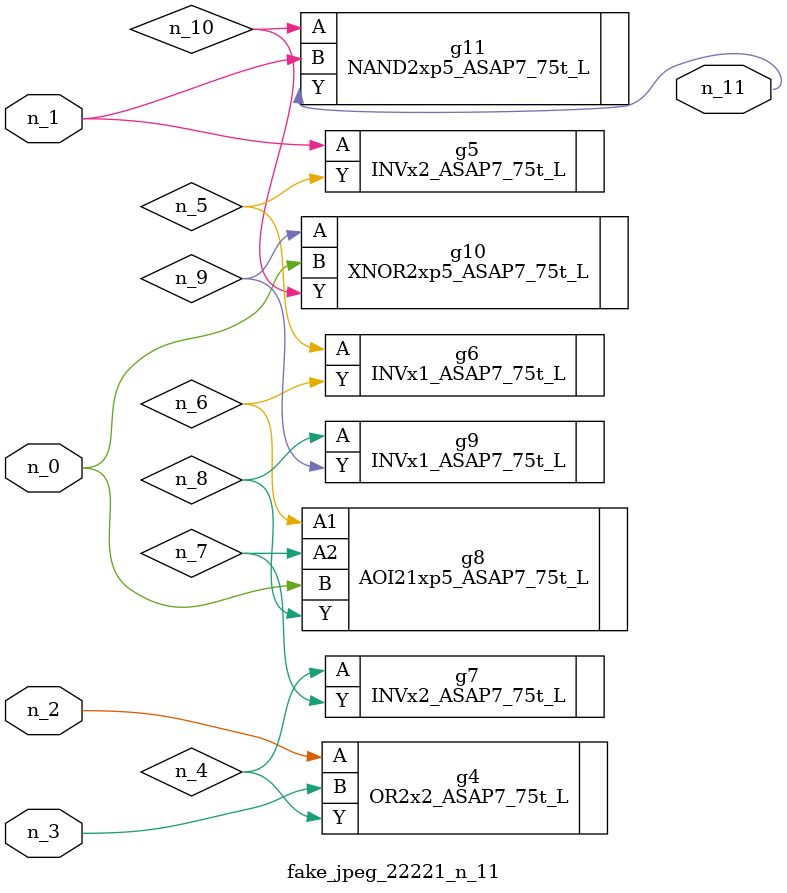
<source format=v>
module fake_jpeg_22221_n_11 (n_0, n_3, n_2, n_1, n_11);

input n_0;
input n_3;
input n_2;
input n_1;

output n_11;

wire n_10;
wire n_4;
wire n_8;
wire n_9;
wire n_6;
wire n_5;
wire n_7;

OR2x2_ASAP7_75t_L g4 ( 
.A(n_2),
.B(n_3),
.Y(n_4)
);

INVx2_ASAP7_75t_L g5 ( 
.A(n_1),
.Y(n_5)
);

INVx1_ASAP7_75t_L g6 ( 
.A(n_5),
.Y(n_6)
);

AOI21xp5_ASAP7_75t_L g8 ( 
.A1(n_6),
.A2(n_7),
.B(n_0),
.Y(n_8)
);

INVx2_ASAP7_75t_L g7 ( 
.A(n_4),
.Y(n_7)
);

INVx1_ASAP7_75t_L g9 ( 
.A(n_8),
.Y(n_9)
);

XNOR2xp5_ASAP7_75t_L g10 ( 
.A(n_9),
.B(n_0),
.Y(n_10)
);

NAND2xp5_ASAP7_75t_L g11 ( 
.A(n_10),
.B(n_1),
.Y(n_11)
);


endmodule
</source>
